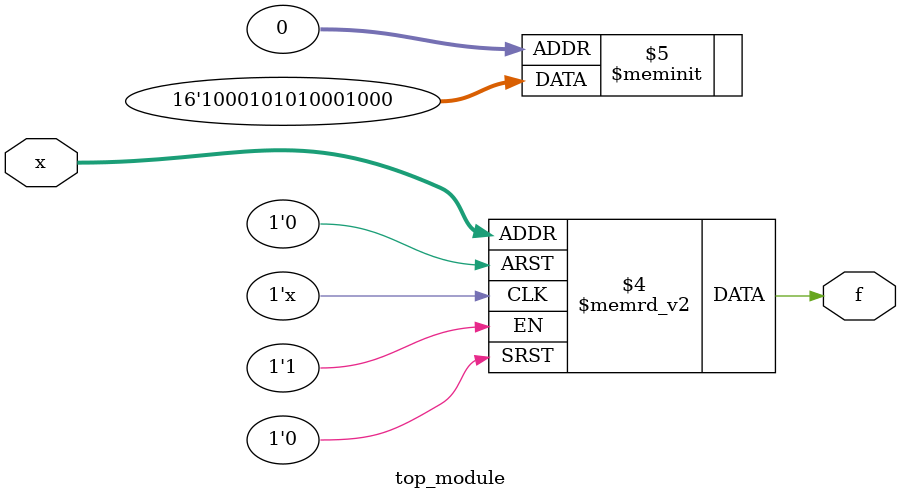
<source format=sv>
module top_module (
    input [4:1] x,
    output logic f
);

always_comb begin
    case ({x[4], x[3], x[2], x[1]})
        4'b0001: f = 0;
        4'b0011: f = 1;
        4'b0101: f = 0;
        4'b0110: f = 0;
        4'b0111: f = 1;
        4'b1001: f = 1;
        4'b1011: f = 1;
        4'b1101: f = 0;
        4'b1111: f = 1;
        default: f = 0; // Use don't-care value of 0 for unspecified cases
    endcase
end

endmodule

</source>
